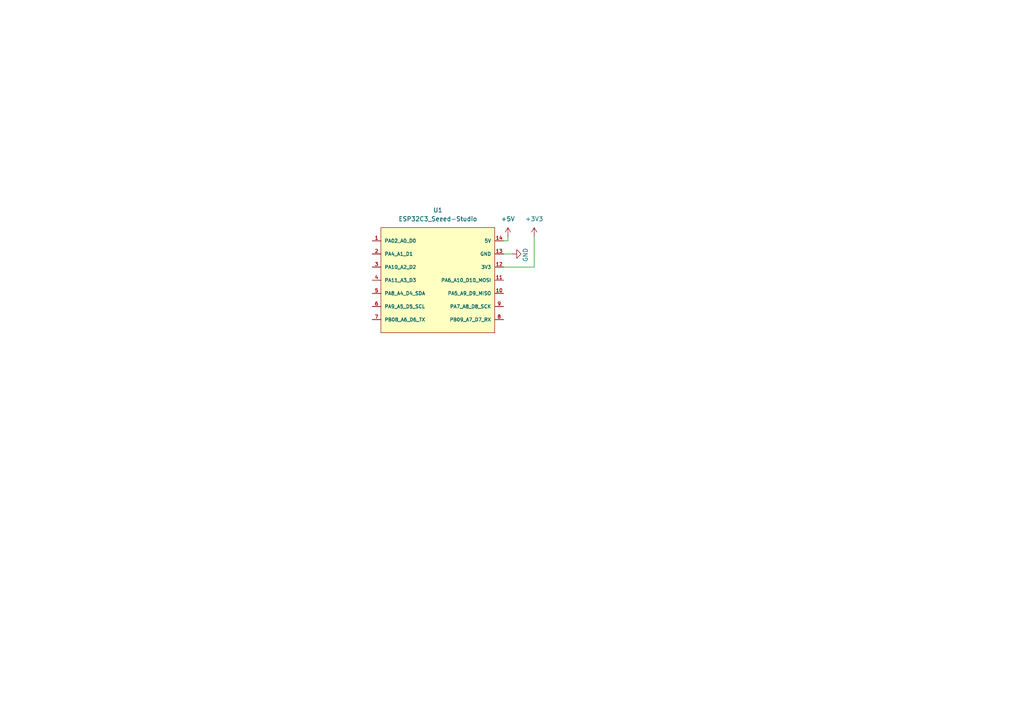
<source format=kicad_sch>
(kicad_sch (version 20250114) (generator "eeschema") (generator_version "9.0")
  (paper "A4")
  (lib_symbols
    (symbol "MOUDLE-SEEEDUINO-XIAO-ESP32C3:MOUDLE-SEEEDUINO-XIAO-ESP32C3" (pin_names (offset 1.016))
      (property "Reference" "U" (at -0.762 17.526 0))
      (property "Value" "ESP32C3_Seeed-Studio" (at -12.7 15.748 0))
      (symbol "MOUDLE-SEEEDUINO-XIAO-ESP32C3_0_0"
        (pin bidirectional line (at -19.05 11.43 0) (length 2.54) (name "PA02_A0_D0") (number "1"))
        (pin bidirectional line (at -19.05 7.62 0) (length 2.54) (name "PA4_A1_D1") (number "2"))
        (pin bidirectional line (at -19.05 3.81 0) (length 2.54) (name "PA10_A2_D2") (number "3"))
        (pin bidirectional line (at -19.05 0 0) (length 2.54) (name "PA11_A3_D3") (number "4"))
        (pin bidirectional line (at -19.05 -3.81 0) (length 2.54) (name "PA8_A4_D4_SDA") (number "5"))
        (pin bidirectional line (at -19.05 -7.62 0) (length 2.54) (name "PA9_A5_D5_SCL") (number "6"))
        (pin bidirectional line (at -19.05 -11.43 0) (length 2.54) (name "PB08_A6_D6_TX") (number "7"))
        (pin bidirectional line (at 19.05 7.62 180) (length 2.54) (name "GND") (number "13"))
        (pin bidirectional line (at 19.05 3.81 180) (length 2.54) (name "3V3") (number "12"))
        (pin bidirectional line (at 19.05 0 180) (length 2.54) (name "PA6_A10_D10_MOSI") (number "11"))
        (pin bidirectional line (at 19.05 -3.81 180) (length 2.54) (name "PA5_A9_D9_MISO") (number "10"))
        (pin bidirectional line (at 19.05 -7.62 180) (length 2.54) (name "PA7_A8_D8_SCK") (number "9"))
        (pin bidirectional line (at 19.05 -11.43 180) (length 2.54) (name "PB09_A7_D7_RX") (number "8"))
      )
      (symbol "MOUDLE-SEEEDUINO-XIAO-ESP32C3_1_0"
        (pin bidirectional line (at 19.05 11.43 180) (length 2.54) (name "5V") (number "14"))
      )
      (symbol "MOUDLE-SEEEDUINO-XIAO-ESP32C3_1_1"
        (rectangle (start -16.51 15.24) (end 16.51 -15.24) (fill (type background)))
      )
    )
    (symbol "power:+3V3" (power) (pin_numbers (hide yes)) (pin_names (offset 0) (hide yes))
      (property "Value" "+3V3" (at 0 3.556 0))
      (symbol "+3V3_0_1"
        (polyline (pts (xy -0.762 1.27) (xy 0 2.54)))
        (polyline (pts (xy 0 2.54) (xy 0.762 1.27)))
        (polyline (pts (xy 0 0) (xy 0 2.54)))
      )
      (symbol "+3V3_1_1"
        (pin power_in line (at 0 0 90) (length 0) (name "~") (number "1"))
      )
    )
    (symbol "power:+5V" (power) (pin_numbers (hide yes)) (pin_names (offset 0) (hide yes))
      (property "Value" "+5V" (at 0 3.556 0))
      (symbol "+5V_0_1"
        (polyline (pts (xy -0.762 1.27) (xy 0 2.54)))
        (polyline (pts (xy 0 2.54) (xy 0.762 1.27)))
        (polyline (pts (xy 0 0) (xy 0 2.54)))
      )
      (symbol "+5V_1_1"
        (pin power_in line (at 0 0 90) (length 0) (name "~") (number "1"))
      )
    )
    (symbol "power:GND" (power) (pin_numbers (hide yes)) (pin_names (offset 0) (hide yes))
      (property "Value" "GND" (at 0 -3.81 0))
      (symbol "GND_0_1"
        (polyline (pts (xy 0 0) (xy 0 -1.27) (xy 1.27 -1.27) (xy 0 -2.54) (xy -1.27 -1.27) (xy 0 -1.27)))
      )
      (symbol "GND_1_1"
        (pin power_in line (at 0 0 270) (length 0) (name "~") (number "1"))
      )
    )
  )
  (wire (pts (xy 147.32 69.85) (xy 146.05 69.85)))
  (wire (pts (xy 154.94 68.58) (xy 154.94 77.47)))
  (wire (pts (xy 146.05 73.66) (xy 148.59 73.66)))
  (wire (pts (xy 154.94 77.47) (xy 146.05 77.47)))
  (wire (pts (xy 147.32 68.58) (xy 147.32 69.85)))
  (symbol (lib_id "MOUDLE-SEEEDUINO-XIAO-ESP32C3:MOUDLE-SEEEDUINO-XIAO-ESP32C3") (at 127 81.28 0) (unit 1)
    (property "Reference" "U1" (at 127 60.96 0))
    (property "Value" "ESP32C3_Seeed-Studio" (at 127 63.5 0))
    (property "Footprint" "xiao ESP32C3_PCB:ESP32C3-SeedStudio-SMD-2.54-21X17.8MM" (effects (hide yes)))
  )
  (symbol (lib_id "power:+5V") (at 147.32 68.58 0) (unit 1)
    (property "Reference" "#PWR03" (effects (hide yes)))
    (property "Value" "+5V" (at 147.32 63.5 0))
    (property "Description" "Power symbol creates a global label with name \"+5V\"" (effects (hide yes)))
  )
  (symbol (lib_id "power:+3V3") (at 154.94 68.58 0) (unit 1)
    (property "Reference" "#PWR01" (effects (hide yes)))
    (property "Value" "+3V3" (at 154.94 63.5 0))
    (property "Description" "Power symbol creates a global label with name \"+3V3\"" (effects (hide yes)))
  )
  (symbol (lib_id "power:GND") (at 148.59 73.66 90) (unit 1)
    (property "Reference" "#PWR02" (effects (hide yes)))
    (property "Value" "GND" (at 152.4 71.882 0) (effects (justify right)))
    (property "Description" "Power symbol creates a global label with name \"GND\" , ground" (effects (hide yes)))
  )
)
</source>
